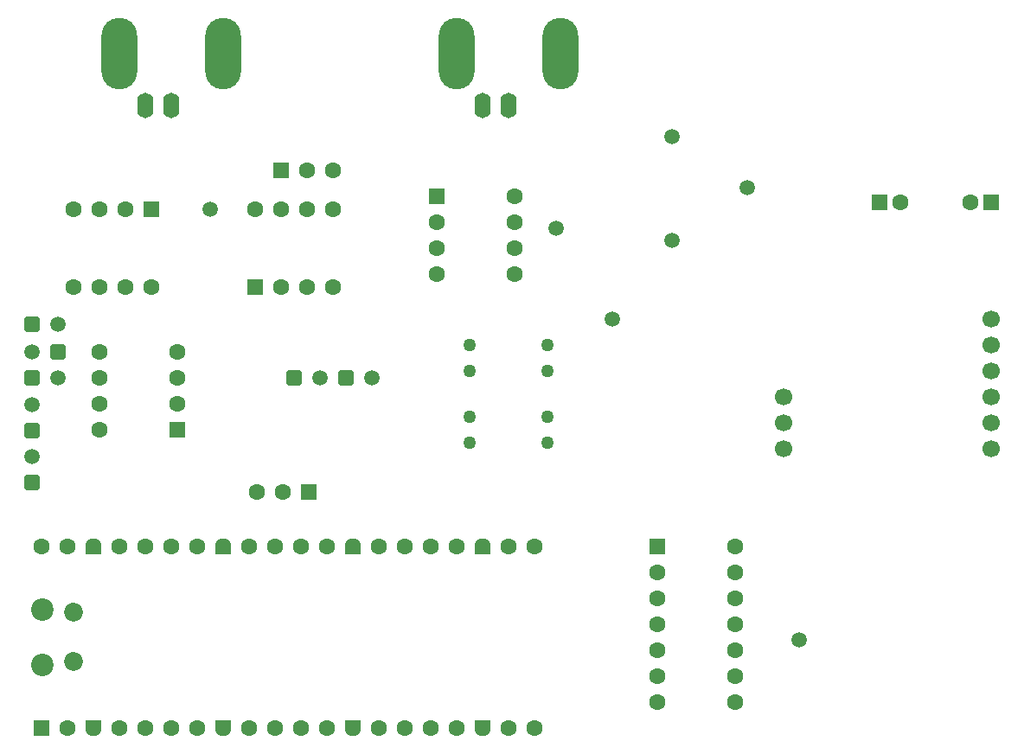
<source format=gbr>
%TF.GenerationSoftware,KiCad,Pcbnew,9.0.1*%
%TF.CreationDate,2025-07-18T21:26:47+09:00*%
%TF.ProjectId,SMU,534d552e-6b69-4636-9164-5f7063625858,rev?*%
%TF.SameCoordinates,Original*%
%TF.FileFunction,Soldermask,Bot*%
%TF.FilePolarity,Negative*%
%FSLAX46Y46*%
G04 Gerber Fmt 4.6, Leading zero omitted, Abs format (unit mm)*
G04 Created by KiCad (PCBNEW 9.0.1) date 2025-07-18 21:26:47*
%MOMM*%
%LPD*%
G01*
G04 APERTURE LIST*
G04 Aperture macros list*
%AMRoundRect*
0 Rectangle with rounded corners*
0 $1 Rounding radius*
0 $2 $3 $4 $5 $6 $7 $8 $9 X,Y pos of 4 corners*
0 Add a 4 corners polygon primitive as box body*
4,1,4,$2,$3,$4,$5,$6,$7,$8,$9,$2,$3,0*
0 Add four circle primitives for the rounded corners*
1,1,$1+$1,$2,$3*
1,1,$1+$1,$4,$5*
1,1,$1+$1,$6,$7*
1,1,$1+$1,$8,$9*
0 Add four rect primitives between the rounded corners*
20,1,$1+$1,$2,$3,$4,$5,0*
20,1,$1+$1,$4,$5,$6,$7,0*
20,1,$1+$1,$6,$7,$8,$9,0*
20,1,$1+$1,$8,$9,$2,$3,0*%
%AMFreePoly0*
4,1,37,0.603843,0.796157,0.639018,0.796157,0.711114,0.766294,0.766294,0.711114,0.796157,0.639018,0.796157,0.603843,0.800000,0.600000,0.800000,-0.600000,0.796157,-0.603843,0.796157,-0.639018,0.766294,-0.711114,0.711114,-0.766294,0.639018,-0.796157,0.603843,-0.796157,0.600000,-0.800000,0.000000,-0.800000,0.000000,-0.796148,-0.078414,-0.796148,-0.232228,-0.765552,-0.377117,-0.705537,
-0.507515,-0.618408,-0.618408,-0.507515,-0.705537,-0.377117,-0.765552,-0.232228,-0.796148,-0.078414,-0.796148,0.078414,-0.765552,0.232228,-0.705537,0.377117,-0.618408,0.507515,-0.507515,0.618408,-0.377117,0.705537,-0.232228,0.765552,-0.078414,0.796148,0.000000,0.796148,0.000000,0.800000,0.600000,0.800000,0.603843,0.796157,0.603843,0.796157,$1*%
%AMFreePoly1*
4,1,37,0.000000,0.796148,0.078414,0.796148,0.232228,0.765552,0.377117,0.705537,0.507515,0.618408,0.618408,0.507515,0.705537,0.377117,0.765552,0.232228,0.796148,0.078414,0.796148,-0.078414,0.765552,-0.232228,0.705537,-0.377117,0.618408,-0.507515,0.507515,-0.618408,0.377117,-0.705537,0.232228,-0.765552,0.078414,-0.796148,0.000000,-0.796148,0.000000,-0.800000,-0.600000,-0.800000,
-0.603843,-0.796157,-0.639018,-0.796157,-0.711114,-0.766294,-0.766294,-0.711114,-0.796157,-0.639018,-0.796157,-0.603843,-0.800000,-0.600000,-0.800000,0.600000,-0.796157,0.603843,-0.796157,0.639018,-0.766294,0.711114,-0.711114,0.766294,-0.639018,0.796157,-0.603843,0.796157,-0.600000,0.800000,0.000000,0.800000,0.000000,0.796148,0.000000,0.796148,$1*%
G04 Aperture macros list end*
%ADD10RoundRect,0.250001X0.499999X-0.499999X0.499999X0.499999X-0.499999X0.499999X-0.499999X-0.499999X0*%
%ADD11C,1.500000*%
%ADD12RoundRect,0.250001X-0.499999X-0.499999X0.499999X-0.499999X0.499999X0.499999X-0.499999X0.499999X0*%
%ADD13C,1.270000*%
%ADD14RoundRect,0.250000X-0.550000X-0.550000X0.550000X-0.550000X0.550000X0.550000X-0.550000X0.550000X0*%
%ADD15C,1.600000*%
%ADD16RoundRect,0.250000X0.550000X0.550000X-0.550000X0.550000X-0.550000X-0.550000X0.550000X-0.550000X0*%
%ADD17O,1.600000X2.500000*%
%ADD18O,3.500000X7.000000*%
%ADD19RoundRect,0.250001X-0.499999X0.499999X-0.499999X-0.499999X0.499999X-0.499999X0.499999X0.499999X0*%
%ADD20C,1.700000*%
%ADD21R,1.500000X1.500000*%
%ADD22RoundRect,0.250000X0.550000X-0.550000X0.550000X0.550000X-0.550000X0.550000X-0.550000X-0.550000X0*%
%ADD23RoundRect,0.250000X-0.550000X0.550000X-0.550000X-0.550000X0.550000X-0.550000X0.550000X0.550000X0*%
%ADD24C,2.200000*%
%ADD25C,1.850000*%
%ADD26RoundRect,0.200000X0.600000X-0.600000X0.600000X0.600000X-0.600000X0.600000X-0.600000X-0.600000X0*%
%ADD27FreePoly0,90.000000*%
%ADD28FreePoly1,90.000000*%
G04 APERTURE END LIST*
D10*
%TO.C,D3*%
X26797000Y-156210000D03*
D11*
X26797000Y-153670000D03*
%TD*%
D12*
%TO.C,D4*%
X26797000Y-151003000D03*
D11*
X29337000Y-151003000D03*
%TD*%
D12*
%TO.C,D7*%
X57531000Y-156210000D03*
D11*
X60071000Y-156210000D03*
%TD*%
D13*
%TO.C,U10*%
X77220000Y-162565000D03*
X77220000Y-160025000D03*
X69600000Y-160025000D03*
X69600000Y-162565000D03*
%TD*%
D14*
%TO.C,C2*%
X109760000Y-139065000D03*
D15*
X111760000Y-139065000D03*
%TD*%
D16*
%TO.C,C1*%
X120650000Y-139065000D03*
D15*
X118650000Y-139065000D03*
%TD*%
D17*
%TO.C,J2*%
X73410000Y-129540000D03*
D18*
X68330000Y-124460000D03*
D17*
X70870000Y-129540000D03*
D18*
X78490000Y-124460000D03*
%TD*%
D14*
%TO.C,U8*%
X66430000Y-138435000D03*
D15*
X66430000Y-140975000D03*
X66430000Y-143515000D03*
X66430000Y-146055000D03*
X74050000Y-146055000D03*
X74050000Y-143515000D03*
X74050000Y-140975000D03*
X74050000Y-138435000D03*
%TD*%
D14*
%TO.C,U4*%
X88015000Y-172720000D03*
D15*
X88015000Y-175260000D03*
X88015000Y-177800000D03*
X88015000Y-180340000D03*
X88015000Y-182880000D03*
X88015000Y-185420000D03*
X88015000Y-187960000D03*
X95635000Y-187960000D03*
X95635000Y-185420000D03*
X95635000Y-182880000D03*
X95635000Y-180340000D03*
X95635000Y-177800000D03*
X95635000Y-175260000D03*
X95635000Y-172720000D03*
%TD*%
D10*
%TO.C,D1*%
X26797000Y-166497000D03*
D11*
X26797000Y-163957000D03*
%TD*%
D19*
%TO.C,D5*%
X29337000Y-153670000D03*
D11*
X29337000Y-156210000D03*
%TD*%
D20*
%TO.C,U1*%
X100330000Y-158115000D03*
X100330000Y-160655000D03*
X100330000Y-163195000D03*
X120650000Y-150495000D03*
X120650000Y-153035000D03*
X120650000Y-155575000D03*
X120650000Y-158115000D03*
X120650000Y-160655000D03*
X120650000Y-163195000D03*
%TD*%
D21*
%TO.C,SW2*%
X51185000Y-135890000D03*
D15*
X53725000Y-135890000D03*
X56265000Y-135890000D03*
%TD*%
D22*
%TO.C,U6*%
X48645000Y-147320000D03*
D15*
X51185000Y-147320000D03*
X53725000Y-147320000D03*
X56265000Y-147320000D03*
X56265000Y-139700000D03*
X53725000Y-139700000D03*
X51185000Y-139700000D03*
X48645000Y-139700000D03*
%TD*%
D17*
%TO.C,J1*%
X40390000Y-129540000D03*
D18*
X35310000Y-124460000D03*
D17*
X37850000Y-129540000D03*
D18*
X45470000Y-124460000D03*
%TD*%
D21*
%TO.C,SW1*%
X53848000Y-167386000D03*
D15*
X51308000Y-167386000D03*
X48768000Y-167386000D03*
%TD*%
D10*
%TO.C,D2*%
X26797000Y-161398670D03*
D11*
X26797000Y-158858670D03*
%TD*%
D16*
%TO.C,U11*%
X41020000Y-161290000D03*
D15*
X41020000Y-158750000D03*
X41020000Y-156210000D03*
X41020000Y-153670000D03*
X33400000Y-153670000D03*
X33400000Y-156210000D03*
X33400000Y-158750000D03*
X33400000Y-161290000D03*
%TD*%
D12*
%TO.C,D6*%
X52451000Y-156210000D03*
D11*
X54991000Y-156210000D03*
%TD*%
D13*
%TO.C,U9*%
X77220000Y-155580000D03*
X77220000Y-153040000D03*
X69600000Y-153040000D03*
X69600000Y-155580000D03*
%TD*%
D23*
%TO.C,U7*%
X38485000Y-139705000D03*
D15*
X35945000Y-139705000D03*
X33405000Y-139705000D03*
X30865000Y-139705000D03*
X30865000Y-147325000D03*
X33405000Y-147325000D03*
X35945000Y-147325000D03*
X38485000Y-147325000D03*
%TD*%
D24*
%TO.C,A1*%
X27816000Y-184335000D03*
D25*
X30846000Y-184035000D03*
X30846000Y-179185000D03*
D24*
X27816000Y-178885000D03*
D26*
X27686000Y-190500000D03*
D15*
X30226000Y-190500000D03*
D27*
X32766000Y-190500000D03*
D15*
X35306000Y-190500000D03*
X37846000Y-190500000D03*
X40386000Y-190500000D03*
X42926000Y-190500000D03*
D27*
X45466000Y-190500000D03*
D15*
X48006000Y-190500000D03*
X50546000Y-190500000D03*
X53086000Y-190500000D03*
X55626000Y-190500000D03*
D27*
X58166000Y-190500000D03*
D15*
X60706000Y-190500000D03*
X63246000Y-190500000D03*
X65786000Y-190500000D03*
X68326000Y-190500000D03*
D27*
X70866000Y-190500000D03*
D15*
X73406000Y-190500000D03*
X75946000Y-190500000D03*
X75946000Y-172720000D03*
X73406000Y-172720000D03*
D28*
X70866000Y-172720000D03*
D15*
X68326000Y-172720000D03*
X65786000Y-172720000D03*
X63246000Y-172720000D03*
X60706000Y-172720000D03*
D28*
X58166000Y-172720000D03*
D15*
X55626000Y-172720000D03*
X53086000Y-172720000D03*
X50546000Y-172720000D03*
X48006000Y-172720000D03*
D28*
X45466000Y-172720000D03*
D15*
X42926000Y-172720000D03*
X40386000Y-172720000D03*
X37846000Y-172720000D03*
X35306000Y-172720000D03*
D28*
X32766000Y-172720000D03*
D15*
X30226000Y-172720000D03*
X27686000Y-172720000D03*
%TD*%
D11*
X89408000Y-142748000D03*
X78105000Y-141605000D03*
X101931250Y-181913750D03*
X44200000Y-139700000D03*
X96774000Y-137564000D03*
X89408000Y-132620000D03*
X83570000Y-150495000D03*
M02*

</source>
